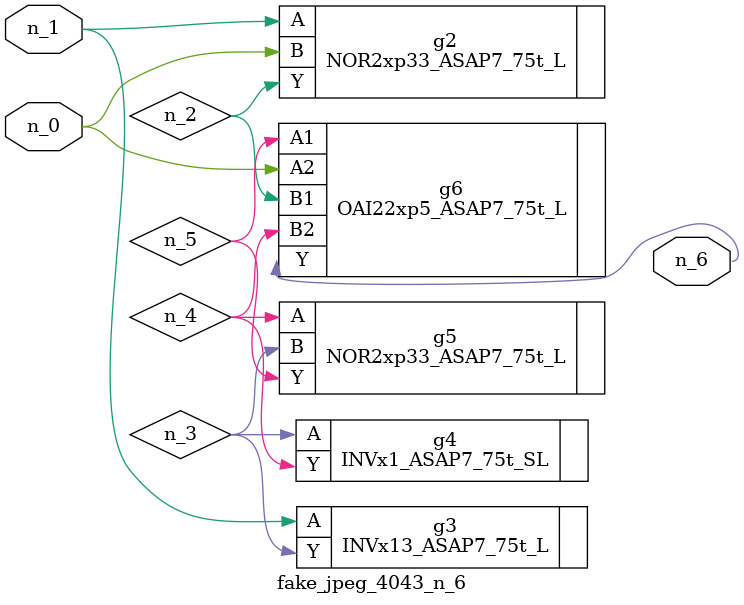
<source format=v>
module fake_jpeg_4043_n_6 (n_0, n_1, n_6);

input n_0;
input n_1;

output n_6;

wire n_3;
wire n_2;
wire n_4;
wire n_5;

NOR2xp33_ASAP7_75t_L g2 ( 
.A(n_1),
.B(n_0),
.Y(n_2)
);

INVx13_ASAP7_75t_L g3 ( 
.A(n_1),
.Y(n_3)
);

INVx1_ASAP7_75t_SL g4 ( 
.A(n_3),
.Y(n_4)
);

NOR2xp33_ASAP7_75t_L g5 ( 
.A(n_4),
.B(n_3),
.Y(n_5)
);

OAI22xp5_ASAP7_75t_L g6 ( 
.A1(n_5),
.A2(n_0),
.B1(n_2),
.B2(n_4),
.Y(n_6)
);


endmodule
</source>
